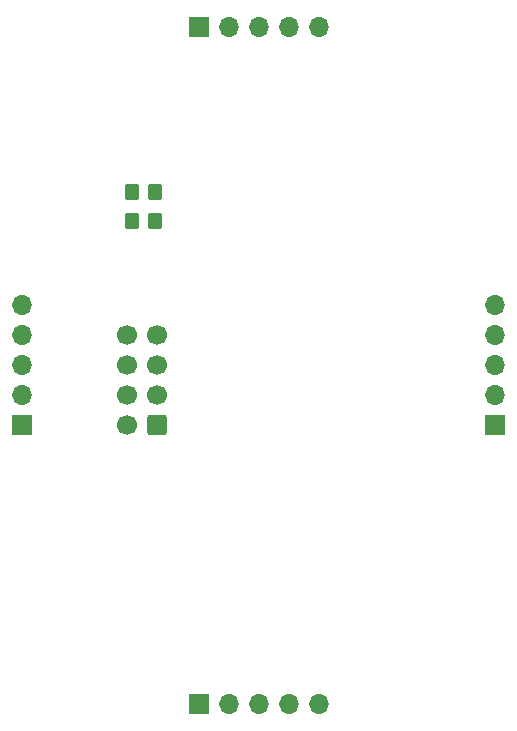
<source format=gbr>
%TF.GenerationSoftware,KiCad,Pcbnew,8.0.0-dirty*%
%TF.CreationDate,2024-04-13T11:17:01-04:00*%
%TF.ProjectId,UltrasonicPCB,556c7472-6173-46f6-9e69-635043422e6b,rev?*%
%TF.SameCoordinates,Original*%
%TF.FileFunction,Soldermask,Bot*%
%TF.FilePolarity,Negative*%
%FSLAX46Y46*%
G04 Gerber Fmt 4.6, Leading zero omitted, Abs format (unit mm)*
G04 Created by KiCad (PCBNEW 8.0.0-dirty) date 2024-04-13 11:17:01*
%MOMM*%
%LPD*%
G01*
G04 APERTURE LIST*
G04 Aperture macros list*
%AMRoundRect*
0 Rectangle with rounded corners*
0 $1 Rounding radius*
0 $2 $3 $4 $5 $6 $7 $8 $9 X,Y pos of 4 corners*
0 Add a 4 corners polygon primitive as box body*
4,1,4,$2,$3,$4,$5,$6,$7,$8,$9,$2,$3,0*
0 Add four circle primitives for the rounded corners*
1,1,$1+$1,$2,$3*
1,1,$1+$1,$4,$5*
1,1,$1+$1,$6,$7*
1,1,$1+$1,$8,$9*
0 Add four rect primitives between the rounded corners*
20,1,$1+$1,$2,$3,$4,$5,0*
20,1,$1+$1,$4,$5,$6,$7,0*
20,1,$1+$1,$6,$7,$8,$9,0*
20,1,$1+$1,$8,$9,$2,$3,0*%
G04 Aperture macros list end*
%ADD10R,1.700000X1.700000*%
%ADD11O,1.700000X1.700000*%
%ADD12RoundRect,0.250000X0.600000X0.600000X-0.600000X0.600000X-0.600000X-0.600000X0.600000X-0.600000X0*%
%ADD13C,1.700000*%
%ADD14RoundRect,0.250000X0.350000X0.450000X-0.350000X0.450000X-0.350000X-0.450000X0.350000X-0.450000X0*%
G04 APERTURE END LIST*
D10*
%TO.C,U3*%
X121140000Y-70060000D03*
D11*
X123680000Y-70060000D03*
X126220000Y-70060000D03*
X128760000Y-70060000D03*
X131300000Y-70060000D03*
%TD*%
D10*
%TO.C,U2*%
X121140000Y-127340000D03*
D11*
X123680000Y-127340000D03*
X126220000Y-127340000D03*
X128760000Y-127340000D03*
X131300000Y-127340000D03*
%TD*%
D10*
%TO.C,U5*%
X146230000Y-103780000D03*
D11*
X146230000Y-101240000D03*
X146230000Y-98700000D03*
X146230000Y-96160000D03*
X146230000Y-93620000D03*
%TD*%
D10*
%TO.C,U1*%
X106220000Y-103785000D03*
D11*
X106220000Y-101245000D03*
X106220000Y-98705000D03*
X106220000Y-96165000D03*
X106220000Y-93625000D03*
%TD*%
D12*
%TO.C,J2*%
X117650000Y-103760000D03*
D13*
X115110000Y-103760000D03*
X117650000Y-101220000D03*
X115110000Y-101220000D03*
X117650000Y-98680000D03*
X115110000Y-98680000D03*
X117650000Y-96140000D03*
X115110000Y-96140000D03*
%TD*%
D14*
%TO.C,R2*%
X117490000Y-84070000D03*
X115490000Y-84070000D03*
%TD*%
%TO.C,R1*%
X117470000Y-86470000D03*
X115470000Y-86470000D03*
%TD*%
M02*

</source>
